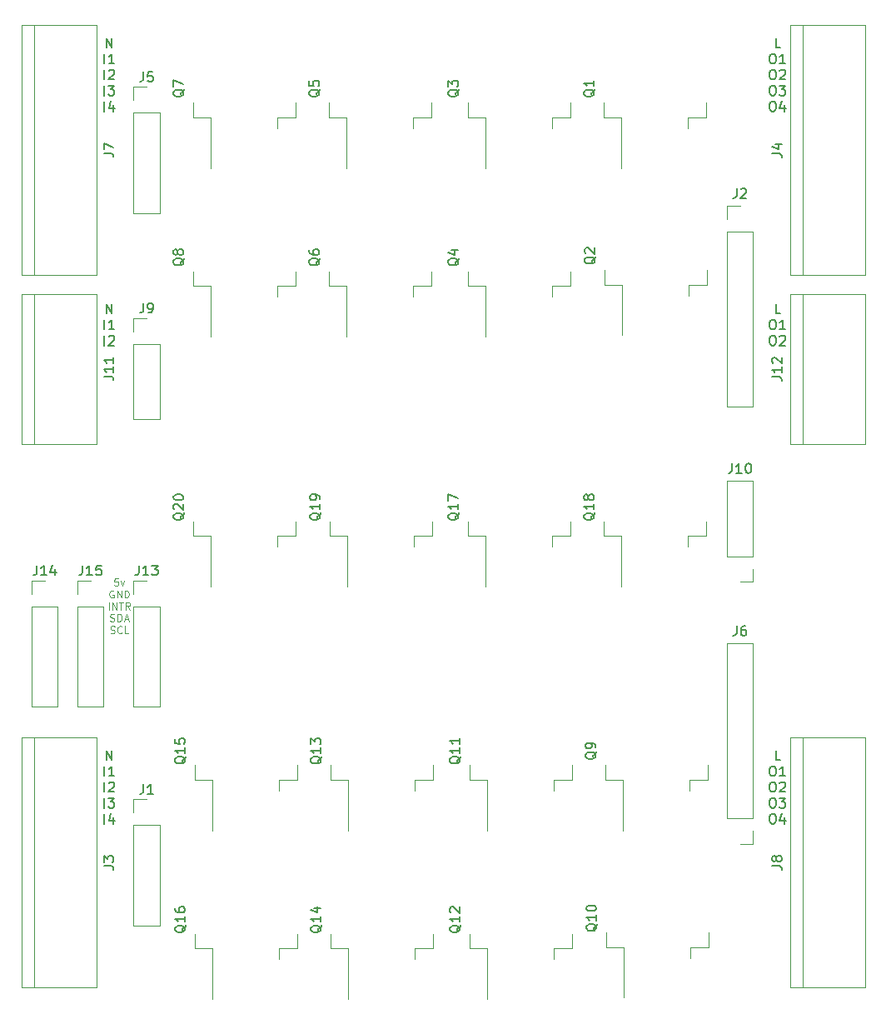
<source format=gto>
G04 #@! TF.GenerationSoftware,KiCad,Pcbnew,(6.0.0)*
G04 #@! TF.CreationDate,2022-08-19T13:46:40+02:00*
G04 #@! TF.ProjectId,bottom,626f7474-6f6d-42e6-9b69-6361645f7063,rev?*
G04 #@! TF.SameCoordinates,Original*
G04 #@! TF.FileFunction,Legend,Top*
G04 #@! TF.FilePolarity,Positive*
%FSLAX46Y46*%
G04 Gerber Fmt 4.6, Leading zero omitted, Abs format (unit mm)*
G04 Created by KiCad (PCBNEW (6.0.0)) date 2022-08-19 13:46:40*
%MOMM*%
%LPD*%
G01*
G04 APERTURE LIST*
%ADD10C,0.150000*%
%ADD11C,0.125000*%
%ADD12C,0.120000*%
%ADD13R,1.100000X4.600000*%
%ADD14R,10.800000X9.400000*%
%ADD15R,3.000000X3.000000*%
%ADD16C,3.000000*%
%ADD17R,1.700000X1.700000*%
%ADD18O,1.700000X1.700000*%
G04 APERTURE END LIST*
D10*
X108934285Y-55017380D02*
X108934285Y-54017380D01*
X109505714Y-55017380D01*
X109505714Y-54017380D01*
X108743809Y-56627380D02*
X108743809Y-55627380D01*
X109743809Y-56627380D02*
X109172380Y-56627380D01*
X109458095Y-56627380D02*
X109458095Y-55627380D01*
X109362857Y-55770238D01*
X109267619Y-55865476D01*
X109172380Y-55913095D01*
X108743809Y-58237380D02*
X108743809Y-57237380D01*
X109172380Y-57332619D02*
X109220000Y-57285000D01*
X109315238Y-57237380D01*
X109553333Y-57237380D01*
X109648571Y-57285000D01*
X109696190Y-57332619D01*
X109743809Y-57427857D01*
X109743809Y-57523095D01*
X109696190Y-57665952D01*
X109124761Y-58237380D01*
X109743809Y-58237380D01*
X108743809Y-59847380D02*
X108743809Y-58847380D01*
X109124761Y-58847380D02*
X109743809Y-58847380D01*
X109410476Y-59228333D01*
X109553333Y-59228333D01*
X109648571Y-59275952D01*
X109696190Y-59323571D01*
X109743809Y-59418809D01*
X109743809Y-59656904D01*
X109696190Y-59752142D01*
X109648571Y-59799761D01*
X109553333Y-59847380D01*
X109267619Y-59847380D01*
X109172380Y-59799761D01*
X109124761Y-59752142D01*
X108743809Y-61457380D02*
X108743809Y-60457380D01*
X109648571Y-60790714D02*
X109648571Y-61457380D01*
X109410476Y-60409761D02*
X109172380Y-61124047D01*
X109791428Y-61124047D01*
D11*
X110128857Y-108934285D02*
X109771714Y-108934285D01*
X109736000Y-109291428D01*
X109771714Y-109255714D01*
X109843142Y-109220000D01*
X110021714Y-109220000D01*
X110093142Y-109255714D01*
X110128857Y-109291428D01*
X110164571Y-109362857D01*
X110164571Y-109541428D01*
X110128857Y-109612857D01*
X110093142Y-109648571D01*
X110021714Y-109684285D01*
X109843142Y-109684285D01*
X109771714Y-109648571D01*
X109736000Y-109612857D01*
X110414571Y-109184285D02*
X110593142Y-109684285D01*
X110771714Y-109184285D01*
X109664571Y-110177500D02*
X109593142Y-110141785D01*
X109486000Y-110141785D01*
X109378857Y-110177500D01*
X109307428Y-110248928D01*
X109271714Y-110320357D01*
X109236000Y-110463214D01*
X109236000Y-110570357D01*
X109271714Y-110713214D01*
X109307428Y-110784642D01*
X109378857Y-110856071D01*
X109486000Y-110891785D01*
X109557428Y-110891785D01*
X109664571Y-110856071D01*
X109700285Y-110820357D01*
X109700285Y-110570357D01*
X109557428Y-110570357D01*
X110021714Y-110891785D02*
X110021714Y-110141785D01*
X110450285Y-110891785D01*
X110450285Y-110141785D01*
X110807428Y-110891785D02*
X110807428Y-110141785D01*
X110986000Y-110141785D01*
X111093142Y-110177500D01*
X111164571Y-110248928D01*
X111200285Y-110320357D01*
X111236000Y-110463214D01*
X111236000Y-110570357D01*
X111200285Y-110713214D01*
X111164571Y-110784642D01*
X111093142Y-110856071D01*
X110986000Y-110891785D01*
X110807428Y-110891785D01*
X109182428Y-112099285D02*
X109182428Y-111349285D01*
X109539571Y-112099285D02*
X109539571Y-111349285D01*
X109968142Y-112099285D01*
X109968142Y-111349285D01*
X110218142Y-111349285D02*
X110646714Y-111349285D01*
X110432428Y-112099285D02*
X110432428Y-111349285D01*
X111325285Y-112099285D02*
X111075285Y-111742142D01*
X110896714Y-112099285D02*
X110896714Y-111349285D01*
X111182428Y-111349285D01*
X111253857Y-111385000D01*
X111289571Y-111420714D01*
X111325285Y-111492142D01*
X111325285Y-111599285D01*
X111289571Y-111670714D01*
X111253857Y-111706428D01*
X111182428Y-111742142D01*
X110896714Y-111742142D01*
X109325285Y-113271071D02*
X109432428Y-113306785D01*
X109611000Y-113306785D01*
X109682428Y-113271071D01*
X109718142Y-113235357D01*
X109753857Y-113163928D01*
X109753857Y-113092500D01*
X109718142Y-113021071D01*
X109682428Y-112985357D01*
X109611000Y-112949642D01*
X109468142Y-112913928D01*
X109396714Y-112878214D01*
X109361000Y-112842500D01*
X109325285Y-112771071D01*
X109325285Y-112699642D01*
X109361000Y-112628214D01*
X109396714Y-112592500D01*
X109468142Y-112556785D01*
X109646714Y-112556785D01*
X109753857Y-112592500D01*
X110075285Y-113306785D02*
X110075285Y-112556785D01*
X110253857Y-112556785D01*
X110361000Y-112592500D01*
X110432428Y-112663928D01*
X110468142Y-112735357D01*
X110503857Y-112878214D01*
X110503857Y-112985357D01*
X110468142Y-113128214D01*
X110432428Y-113199642D01*
X110361000Y-113271071D01*
X110253857Y-113306785D01*
X110075285Y-113306785D01*
X110789571Y-113092500D02*
X111146714Y-113092500D01*
X110718142Y-113306785D02*
X110968142Y-112556785D01*
X111218142Y-113306785D01*
X109343142Y-114478571D02*
X109450285Y-114514285D01*
X109628857Y-114514285D01*
X109700285Y-114478571D01*
X109736000Y-114442857D01*
X109771714Y-114371428D01*
X109771714Y-114300000D01*
X109736000Y-114228571D01*
X109700285Y-114192857D01*
X109628857Y-114157142D01*
X109486000Y-114121428D01*
X109414571Y-114085714D01*
X109378857Y-114050000D01*
X109343142Y-113978571D01*
X109343142Y-113907142D01*
X109378857Y-113835714D01*
X109414571Y-113800000D01*
X109486000Y-113764285D01*
X109664571Y-113764285D01*
X109771714Y-113800000D01*
X110521714Y-114442857D02*
X110486000Y-114478571D01*
X110378857Y-114514285D01*
X110307428Y-114514285D01*
X110200285Y-114478571D01*
X110128857Y-114407142D01*
X110093142Y-114335714D01*
X110057428Y-114192857D01*
X110057428Y-114085714D01*
X110093142Y-113942857D01*
X110128857Y-113871428D01*
X110200285Y-113800000D01*
X110307428Y-113764285D01*
X110378857Y-113764285D01*
X110486000Y-113800000D01*
X110521714Y-113835714D01*
X111200285Y-114514285D02*
X110843142Y-114514285D01*
X110843142Y-113764285D01*
D10*
X177474523Y-127407380D02*
X176998333Y-127407380D01*
X176998333Y-126407380D01*
X176593571Y-128017380D02*
X176784047Y-128017380D01*
X176879285Y-128065000D01*
X176974523Y-128160238D01*
X177022142Y-128350714D01*
X177022142Y-128684047D01*
X176974523Y-128874523D01*
X176879285Y-128969761D01*
X176784047Y-129017380D01*
X176593571Y-129017380D01*
X176498333Y-128969761D01*
X176403095Y-128874523D01*
X176355476Y-128684047D01*
X176355476Y-128350714D01*
X176403095Y-128160238D01*
X176498333Y-128065000D01*
X176593571Y-128017380D01*
X177974523Y-129017380D02*
X177403095Y-129017380D01*
X177688809Y-129017380D02*
X177688809Y-128017380D01*
X177593571Y-128160238D01*
X177498333Y-128255476D01*
X177403095Y-128303095D01*
X176593571Y-129627380D02*
X176784047Y-129627380D01*
X176879285Y-129675000D01*
X176974523Y-129770238D01*
X177022142Y-129960714D01*
X177022142Y-130294047D01*
X176974523Y-130484523D01*
X176879285Y-130579761D01*
X176784047Y-130627380D01*
X176593571Y-130627380D01*
X176498333Y-130579761D01*
X176403095Y-130484523D01*
X176355476Y-130294047D01*
X176355476Y-129960714D01*
X176403095Y-129770238D01*
X176498333Y-129675000D01*
X176593571Y-129627380D01*
X177403095Y-129722619D02*
X177450714Y-129675000D01*
X177545952Y-129627380D01*
X177784047Y-129627380D01*
X177879285Y-129675000D01*
X177926904Y-129722619D01*
X177974523Y-129817857D01*
X177974523Y-129913095D01*
X177926904Y-130055952D01*
X177355476Y-130627380D01*
X177974523Y-130627380D01*
X176593571Y-131237380D02*
X176784047Y-131237380D01*
X176879285Y-131285000D01*
X176974523Y-131380238D01*
X177022142Y-131570714D01*
X177022142Y-131904047D01*
X176974523Y-132094523D01*
X176879285Y-132189761D01*
X176784047Y-132237380D01*
X176593571Y-132237380D01*
X176498333Y-132189761D01*
X176403095Y-132094523D01*
X176355476Y-131904047D01*
X176355476Y-131570714D01*
X176403095Y-131380238D01*
X176498333Y-131285000D01*
X176593571Y-131237380D01*
X177355476Y-131237380D02*
X177974523Y-131237380D01*
X177641190Y-131618333D01*
X177784047Y-131618333D01*
X177879285Y-131665952D01*
X177926904Y-131713571D01*
X177974523Y-131808809D01*
X177974523Y-132046904D01*
X177926904Y-132142142D01*
X177879285Y-132189761D01*
X177784047Y-132237380D01*
X177498333Y-132237380D01*
X177403095Y-132189761D01*
X177355476Y-132142142D01*
X176593571Y-132847380D02*
X176784047Y-132847380D01*
X176879285Y-132895000D01*
X176974523Y-132990238D01*
X177022142Y-133180714D01*
X177022142Y-133514047D01*
X176974523Y-133704523D01*
X176879285Y-133799761D01*
X176784047Y-133847380D01*
X176593571Y-133847380D01*
X176498333Y-133799761D01*
X176403095Y-133704523D01*
X176355476Y-133514047D01*
X176355476Y-133180714D01*
X176403095Y-132990238D01*
X176498333Y-132895000D01*
X176593571Y-132847380D01*
X177879285Y-133180714D02*
X177879285Y-133847380D01*
X177641190Y-132799761D02*
X177403095Y-133514047D01*
X178022142Y-133514047D01*
X177474523Y-82027380D02*
X176998333Y-82027380D01*
X176998333Y-81027380D01*
X176593571Y-82637380D02*
X176784047Y-82637380D01*
X176879285Y-82685000D01*
X176974523Y-82780238D01*
X177022142Y-82970714D01*
X177022142Y-83304047D01*
X176974523Y-83494523D01*
X176879285Y-83589761D01*
X176784047Y-83637380D01*
X176593571Y-83637380D01*
X176498333Y-83589761D01*
X176403095Y-83494523D01*
X176355476Y-83304047D01*
X176355476Y-82970714D01*
X176403095Y-82780238D01*
X176498333Y-82685000D01*
X176593571Y-82637380D01*
X177974523Y-83637380D02*
X177403095Y-83637380D01*
X177688809Y-83637380D02*
X177688809Y-82637380D01*
X177593571Y-82780238D01*
X177498333Y-82875476D01*
X177403095Y-82923095D01*
X176593571Y-84247380D02*
X176784047Y-84247380D01*
X176879285Y-84295000D01*
X176974523Y-84390238D01*
X177022142Y-84580714D01*
X177022142Y-84914047D01*
X176974523Y-85104523D01*
X176879285Y-85199761D01*
X176784047Y-85247380D01*
X176593571Y-85247380D01*
X176498333Y-85199761D01*
X176403095Y-85104523D01*
X176355476Y-84914047D01*
X176355476Y-84580714D01*
X176403095Y-84390238D01*
X176498333Y-84295000D01*
X176593571Y-84247380D01*
X177403095Y-84342619D02*
X177450714Y-84295000D01*
X177545952Y-84247380D01*
X177784047Y-84247380D01*
X177879285Y-84295000D01*
X177926904Y-84342619D01*
X177974523Y-84437857D01*
X177974523Y-84533095D01*
X177926904Y-84675952D01*
X177355476Y-85247380D01*
X177974523Y-85247380D01*
X108934285Y-82027380D02*
X108934285Y-81027380D01*
X109505714Y-82027380D01*
X109505714Y-81027380D01*
X108743809Y-83637380D02*
X108743809Y-82637380D01*
X109743809Y-83637380D02*
X109172380Y-83637380D01*
X109458095Y-83637380D02*
X109458095Y-82637380D01*
X109362857Y-82780238D01*
X109267619Y-82875476D01*
X109172380Y-82923095D01*
X108743809Y-85247380D02*
X108743809Y-84247380D01*
X109172380Y-84342619D02*
X109220000Y-84295000D01*
X109315238Y-84247380D01*
X109553333Y-84247380D01*
X109648571Y-84295000D01*
X109696190Y-84342619D01*
X109743809Y-84437857D01*
X109743809Y-84533095D01*
X109696190Y-84675952D01*
X109124761Y-85247380D01*
X109743809Y-85247380D01*
X177474523Y-55017380D02*
X176998333Y-55017380D01*
X176998333Y-54017380D01*
X176593571Y-55627380D02*
X176784047Y-55627380D01*
X176879285Y-55675000D01*
X176974523Y-55770238D01*
X177022142Y-55960714D01*
X177022142Y-56294047D01*
X176974523Y-56484523D01*
X176879285Y-56579761D01*
X176784047Y-56627380D01*
X176593571Y-56627380D01*
X176498333Y-56579761D01*
X176403095Y-56484523D01*
X176355476Y-56294047D01*
X176355476Y-55960714D01*
X176403095Y-55770238D01*
X176498333Y-55675000D01*
X176593571Y-55627380D01*
X177974523Y-56627380D02*
X177403095Y-56627380D01*
X177688809Y-56627380D02*
X177688809Y-55627380D01*
X177593571Y-55770238D01*
X177498333Y-55865476D01*
X177403095Y-55913095D01*
X176593571Y-57237380D02*
X176784047Y-57237380D01*
X176879285Y-57285000D01*
X176974523Y-57380238D01*
X177022142Y-57570714D01*
X177022142Y-57904047D01*
X176974523Y-58094523D01*
X176879285Y-58189761D01*
X176784047Y-58237380D01*
X176593571Y-58237380D01*
X176498333Y-58189761D01*
X176403095Y-58094523D01*
X176355476Y-57904047D01*
X176355476Y-57570714D01*
X176403095Y-57380238D01*
X176498333Y-57285000D01*
X176593571Y-57237380D01*
X177403095Y-57332619D02*
X177450714Y-57285000D01*
X177545952Y-57237380D01*
X177784047Y-57237380D01*
X177879285Y-57285000D01*
X177926904Y-57332619D01*
X177974523Y-57427857D01*
X177974523Y-57523095D01*
X177926904Y-57665952D01*
X177355476Y-58237380D01*
X177974523Y-58237380D01*
X176593571Y-58847380D02*
X176784047Y-58847380D01*
X176879285Y-58895000D01*
X176974523Y-58990238D01*
X177022142Y-59180714D01*
X177022142Y-59514047D01*
X176974523Y-59704523D01*
X176879285Y-59799761D01*
X176784047Y-59847380D01*
X176593571Y-59847380D01*
X176498333Y-59799761D01*
X176403095Y-59704523D01*
X176355476Y-59514047D01*
X176355476Y-59180714D01*
X176403095Y-58990238D01*
X176498333Y-58895000D01*
X176593571Y-58847380D01*
X177355476Y-58847380D02*
X177974523Y-58847380D01*
X177641190Y-59228333D01*
X177784047Y-59228333D01*
X177879285Y-59275952D01*
X177926904Y-59323571D01*
X177974523Y-59418809D01*
X177974523Y-59656904D01*
X177926904Y-59752142D01*
X177879285Y-59799761D01*
X177784047Y-59847380D01*
X177498333Y-59847380D01*
X177403095Y-59799761D01*
X177355476Y-59752142D01*
X176593571Y-60457380D02*
X176784047Y-60457380D01*
X176879285Y-60505000D01*
X176974523Y-60600238D01*
X177022142Y-60790714D01*
X177022142Y-61124047D01*
X176974523Y-61314523D01*
X176879285Y-61409761D01*
X176784047Y-61457380D01*
X176593571Y-61457380D01*
X176498333Y-61409761D01*
X176403095Y-61314523D01*
X176355476Y-61124047D01*
X176355476Y-60790714D01*
X176403095Y-60600238D01*
X176498333Y-60505000D01*
X176593571Y-60457380D01*
X177879285Y-60790714D02*
X177879285Y-61457380D01*
X177641190Y-60409761D02*
X177403095Y-61124047D01*
X178022142Y-61124047D01*
X108934285Y-127407380D02*
X108934285Y-126407380D01*
X109505714Y-127407380D01*
X109505714Y-126407380D01*
X108743809Y-129017380D02*
X108743809Y-128017380D01*
X109743809Y-129017380D02*
X109172380Y-129017380D01*
X109458095Y-129017380D02*
X109458095Y-128017380D01*
X109362857Y-128160238D01*
X109267619Y-128255476D01*
X109172380Y-128303095D01*
X108743809Y-130627380D02*
X108743809Y-129627380D01*
X109172380Y-129722619D02*
X109220000Y-129675000D01*
X109315238Y-129627380D01*
X109553333Y-129627380D01*
X109648571Y-129675000D01*
X109696190Y-129722619D01*
X109743809Y-129817857D01*
X109743809Y-129913095D01*
X109696190Y-130055952D01*
X109124761Y-130627380D01*
X109743809Y-130627380D01*
X108743809Y-132237380D02*
X108743809Y-131237380D01*
X109124761Y-131237380D02*
X109743809Y-131237380D01*
X109410476Y-131618333D01*
X109553333Y-131618333D01*
X109648571Y-131665952D01*
X109696190Y-131713571D01*
X109743809Y-131808809D01*
X109743809Y-132046904D01*
X109696190Y-132142142D01*
X109648571Y-132189761D01*
X109553333Y-132237380D01*
X109267619Y-132237380D01*
X109172380Y-132189761D01*
X109124761Y-132142142D01*
X108743809Y-133847380D02*
X108743809Y-132847380D01*
X109648571Y-133180714D02*
X109648571Y-133847380D01*
X109410476Y-132799761D02*
X109172380Y-133514047D01*
X109791428Y-133514047D01*
X117017619Y-127021428D02*
X116970000Y-127116666D01*
X116874761Y-127211904D01*
X116731904Y-127354761D01*
X116684285Y-127450000D01*
X116684285Y-127545238D01*
X116922380Y-127497619D02*
X116874761Y-127592857D01*
X116779523Y-127688095D01*
X116589047Y-127735714D01*
X116255714Y-127735714D01*
X116065238Y-127688095D01*
X115970000Y-127592857D01*
X115922380Y-127497619D01*
X115922380Y-127307142D01*
X115970000Y-127211904D01*
X116065238Y-127116666D01*
X116255714Y-127069047D01*
X116589047Y-127069047D01*
X116779523Y-127116666D01*
X116874761Y-127211904D01*
X116922380Y-127307142D01*
X116922380Y-127497619D01*
X116922380Y-126116666D02*
X116922380Y-126688095D01*
X116922380Y-126402380D02*
X115922380Y-126402380D01*
X116065238Y-126497619D01*
X116160476Y-126592857D01*
X116208095Y-126688095D01*
X115922380Y-125211904D02*
X115922380Y-125688095D01*
X116398571Y-125735714D01*
X116350952Y-125688095D01*
X116303333Y-125592857D01*
X116303333Y-125354761D01*
X116350952Y-125259523D01*
X116398571Y-125211904D01*
X116493809Y-125164285D01*
X116731904Y-125164285D01*
X116827142Y-125211904D01*
X116874761Y-125259523D01*
X116922380Y-125354761D01*
X116922380Y-125592857D01*
X116874761Y-125688095D01*
X116827142Y-125735714D01*
X108672380Y-65728333D02*
X109386666Y-65728333D01*
X109529523Y-65775952D01*
X109624761Y-65871190D01*
X109672380Y-66014047D01*
X109672380Y-66109285D01*
X108672380Y-65347380D02*
X108672380Y-64680714D01*
X109672380Y-65109285D01*
X144957619Y-144166428D02*
X144910000Y-144261666D01*
X144814761Y-144356904D01*
X144671904Y-144499761D01*
X144624285Y-144595000D01*
X144624285Y-144690238D01*
X144862380Y-144642619D02*
X144814761Y-144737857D01*
X144719523Y-144833095D01*
X144529047Y-144880714D01*
X144195714Y-144880714D01*
X144005238Y-144833095D01*
X143910000Y-144737857D01*
X143862380Y-144642619D01*
X143862380Y-144452142D01*
X143910000Y-144356904D01*
X144005238Y-144261666D01*
X144195714Y-144214047D01*
X144529047Y-144214047D01*
X144719523Y-144261666D01*
X144814761Y-144356904D01*
X144862380Y-144452142D01*
X144862380Y-144642619D01*
X144862380Y-143261666D02*
X144862380Y-143833095D01*
X144862380Y-143547380D02*
X143862380Y-143547380D01*
X144005238Y-143642619D01*
X144100476Y-143737857D01*
X144148095Y-143833095D01*
X143957619Y-142880714D02*
X143910000Y-142833095D01*
X143862380Y-142737857D01*
X143862380Y-142499761D01*
X143910000Y-142404523D01*
X143957619Y-142356904D01*
X144052857Y-142309285D01*
X144148095Y-142309285D01*
X144290952Y-142356904D01*
X144862380Y-142928333D01*
X144862380Y-142309285D01*
X158677619Y-76230238D02*
X158630000Y-76325476D01*
X158534761Y-76420714D01*
X158391904Y-76563571D01*
X158344285Y-76658809D01*
X158344285Y-76754047D01*
X158582380Y-76706428D02*
X158534761Y-76801666D01*
X158439523Y-76896904D01*
X158249047Y-76944523D01*
X157915714Y-76944523D01*
X157725238Y-76896904D01*
X157630000Y-76801666D01*
X157582380Y-76706428D01*
X157582380Y-76515952D01*
X157630000Y-76420714D01*
X157725238Y-76325476D01*
X157915714Y-76277857D01*
X158249047Y-76277857D01*
X158439523Y-76325476D01*
X158534761Y-76420714D01*
X158582380Y-76515952D01*
X158582380Y-76706428D01*
X157677619Y-75896904D02*
X157630000Y-75849285D01*
X157582380Y-75754047D01*
X157582380Y-75515952D01*
X157630000Y-75420714D01*
X157677619Y-75373095D01*
X157772857Y-75325476D01*
X157868095Y-75325476D01*
X158010952Y-75373095D01*
X158582380Y-75944523D01*
X158582380Y-75325476D01*
X108672380Y-88409523D02*
X109386666Y-88409523D01*
X109529523Y-88457142D01*
X109624761Y-88552380D01*
X109672380Y-88695238D01*
X109672380Y-88790476D01*
X109672380Y-87409523D02*
X109672380Y-87980952D01*
X109672380Y-87695238D02*
X108672380Y-87695238D01*
X108815238Y-87790476D01*
X108910476Y-87885714D01*
X108958095Y-87980952D01*
X109672380Y-86457142D02*
X109672380Y-87028571D01*
X109672380Y-86742857D02*
X108672380Y-86742857D01*
X108815238Y-86838095D01*
X108910476Y-86933333D01*
X108958095Y-87028571D01*
X112696666Y-129837380D02*
X112696666Y-130551666D01*
X112649047Y-130694523D01*
X112553809Y-130789761D01*
X112410952Y-130837380D01*
X112315714Y-130837380D01*
X113696666Y-130837380D02*
X113125238Y-130837380D01*
X113410952Y-130837380D02*
X113410952Y-129837380D01*
X113315714Y-129980238D01*
X113220476Y-130075476D01*
X113125238Y-130123095D01*
X130657619Y-76380238D02*
X130610000Y-76475476D01*
X130514761Y-76570714D01*
X130371904Y-76713571D01*
X130324285Y-76808809D01*
X130324285Y-76904047D01*
X130562380Y-76856428D02*
X130514761Y-76951666D01*
X130419523Y-77046904D01*
X130229047Y-77094523D01*
X129895714Y-77094523D01*
X129705238Y-77046904D01*
X129610000Y-76951666D01*
X129562380Y-76856428D01*
X129562380Y-76665952D01*
X129610000Y-76570714D01*
X129705238Y-76475476D01*
X129895714Y-76427857D01*
X130229047Y-76427857D01*
X130419523Y-76475476D01*
X130514761Y-76570714D01*
X130562380Y-76665952D01*
X130562380Y-76856428D01*
X129562380Y-75570714D02*
X129562380Y-75761190D01*
X129610000Y-75856428D01*
X129657619Y-75904047D01*
X129800476Y-75999285D01*
X129990952Y-76046904D01*
X130371904Y-76046904D01*
X130467142Y-75999285D01*
X130514761Y-75951666D01*
X130562380Y-75856428D01*
X130562380Y-75665952D01*
X130514761Y-75570714D01*
X130467142Y-75523095D01*
X130371904Y-75475476D01*
X130133809Y-75475476D01*
X130038571Y-75523095D01*
X129990952Y-75570714D01*
X129943333Y-75665952D01*
X129943333Y-75856428D01*
X129990952Y-75951666D01*
X130038571Y-75999285D01*
X130133809Y-76046904D01*
X116852619Y-59235238D02*
X116805000Y-59330476D01*
X116709761Y-59425714D01*
X116566904Y-59568571D01*
X116519285Y-59663809D01*
X116519285Y-59759047D01*
X116757380Y-59711428D02*
X116709761Y-59806666D01*
X116614523Y-59901904D01*
X116424047Y-59949523D01*
X116090714Y-59949523D01*
X115900238Y-59901904D01*
X115805000Y-59806666D01*
X115757380Y-59711428D01*
X115757380Y-59520952D01*
X115805000Y-59425714D01*
X115900238Y-59330476D01*
X116090714Y-59282857D01*
X116424047Y-59282857D01*
X116614523Y-59330476D01*
X116709761Y-59425714D01*
X116757380Y-59520952D01*
X116757380Y-59711428D01*
X115757380Y-58949523D02*
X115757380Y-58282857D01*
X116757380Y-58711428D01*
X158597619Y-102256428D02*
X158550000Y-102351666D01*
X158454761Y-102446904D01*
X158311904Y-102589761D01*
X158264285Y-102685000D01*
X158264285Y-102780238D01*
X158502380Y-102732619D02*
X158454761Y-102827857D01*
X158359523Y-102923095D01*
X158169047Y-102970714D01*
X157835714Y-102970714D01*
X157645238Y-102923095D01*
X157550000Y-102827857D01*
X157502380Y-102732619D01*
X157502380Y-102542142D01*
X157550000Y-102446904D01*
X157645238Y-102351666D01*
X157835714Y-102304047D01*
X158169047Y-102304047D01*
X158359523Y-102351666D01*
X158454761Y-102446904D01*
X158502380Y-102542142D01*
X158502380Y-102732619D01*
X158502380Y-101351666D02*
X158502380Y-101923095D01*
X158502380Y-101637380D02*
X157502380Y-101637380D01*
X157645238Y-101732619D01*
X157740476Y-101827857D01*
X157788095Y-101923095D01*
X157930952Y-100780238D02*
X157883333Y-100875476D01*
X157835714Y-100923095D01*
X157740476Y-100970714D01*
X157692857Y-100970714D01*
X157597619Y-100923095D01*
X157550000Y-100875476D01*
X157502380Y-100780238D01*
X157502380Y-100589761D01*
X157550000Y-100494523D01*
X157597619Y-100446904D01*
X157692857Y-100399285D01*
X157740476Y-100399285D01*
X157835714Y-100446904D01*
X157883333Y-100494523D01*
X157930952Y-100589761D01*
X157930952Y-100780238D01*
X157978571Y-100875476D01*
X158026190Y-100923095D01*
X158121428Y-100970714D01*
X158311904Y-100970714D01*
X158407142Y-100923095D01*
X158454761Y-100875476D01*
X158502380Y-100780238D01*
X158502380Y-100589761D01*
X158454761Y-100494523D01*
X158407142Y-100446904D01*
X158311904Y-100399285D01*
X158121428Y-100399285D01*
X158026190Y-100446904D01*
X157978571Y-100494523D01*
X157930952Y-100589761D01*
X130657619Y-59235238D02*
X130610000Y-59330476D01*
X130514761Y-59425714D01*
X130371904Y-59568571D01*
X130324285Y-59663809D01*
X130324285Y-59759047D01*
X130562380Y-59711428D02*
X130514761Y-59806666D01*
X130419523Y-59901904D01*
X130229047Y-59949523D01*
X129895714Y-59949523D01*
X129705238Y-59901904D01*
X129610000Y-59806666D01*
X129562380Y-59711428D01*
X129562380Y-59520952D01*
X129610000Y-59425714D01*
X129705238Y-59330476D01*
X129895714Y-59282857D01*
X130229047Y-59282857D01*
X130419523Y-59330476D01*
X130514761Y-59425714D01*
X130562380Y-59520952D01*
X130562380Y-59711428D01*
X129562380Y-58378095D02*
X129562380Y-58854285D01*
X130038571Y-58901904D01*
X129990952Y-58854285D01*
X129943333Y-58759047D01*
X129943333Y-58520952D01*
X129990952Y-58425714D01*
X130038571Y-58378095D01*
X130133809Y-58330476D01*
X130371904Y-58330476D01*
X130467142Y-58378095D01*
X130514761Y-58425714D01*
X130562380Y-58520952D01*
X130562380Y-58759047D01*
X130514761Y-58854285D01*
X130467142Y-58901904D01*
X116852619Y-102256428D02*
X116805000Y-102351666D01*
X116709761Y-102446904D01*
X116566904Y-102589761D01*
X116519285Y-102685000D01*
X116519285Y-102780238D01*
X116757380Y-102732619D02*
X116709761Y-102827857D01*
X116614523Y-102923095D01*
X116424047Y-102970714D01*
X116090714Y-102970714D01*
X115900238Y-102923095D01*
X115805000Y-102827857D01*
X115757380Y-102732619D01*
X115757380Y-102542142D01*
X115805000Y-102446904D01*
X115900238Y-102351666D01*
X116090714Y-102304047D01*
X116424047Y-102304047D01*
X116614523Y-102351666D01*
X116709761Y-102446904D01*
X116757380Y-102542142D01*
X116757380Y-102732619D01*
X115852619Y-101923095D02*
X115805000Y-101875476D01*
X115757380Y-101780238D01*
X115757380Y-101542142D01*
X115805000Y-101446904D01*
X115852619Y-101399285D01*
X115947857Y-101351666D01*
X116043095Y-101351666D01*
X116185952Y-101399285D01*
X116757380Y-101970714D01*
X116757380Y-101351666D01*
X115757380Y-100732619D02*
X115757380Y-100637380D01*
X115805000Y-100542142D01*
X115852619Y-100494523D01*
X115947857Y-100446904D01*
X116138333Y-100399285D01*
X116376428Y-100399285D01*
X116566904Y-100446904D01*
X116662142Y-100494523D01*
X116709761Y-100542142D01*
X116757380Y-100637380D01*
X116757380Y-100732619D01*
X116709761Y-100827857D01*
X116662142Y-100875476D01*
X116566904Y-100923095D01*
X116376428Y-100970714D01*
X116138333Y-100970714D01*
X115947857Y-100923095D01*
X115852619Y-100875476D01*
X115805000Y-100827857D01*
X115757380Y-100732619D01*
X101855476Y-107612380D02*
X101855476Y-108326666D01*
X101807857Y-108469523D01*
X101712619Y-108564761D01*
X101569761Y-108612380D01*
X101474523Y-108612380D01*
X102855476Y-108612380D02*
X102284047Y-108612380D01*
X102569761Y-108612380D02*
X102569761Y-107612380D01*
X102474523Y-107755238D01*
X102379285Y-107850476D01*
X102284047Y-107898095D01*
X103712619Y-107945714D02*
X103712619Y-108612380D01*
X103474523Y-107564761D02*
X103236428Y-108279047D01*
X103855476Y-108279047D01*
X130822619Y-127021428D02*
X130775000Y-127116666D01*
X130679761Y-127211904D01*
X130536904Y-127354761D01*
X130489285Y-127450000D01*
X130489285Y-127545238D01*
X130727380Y-127497619D02*
X130679761Y-127592857D01*
X130584523Y-127688095D01*
X130394047Y-127735714D01*
X130060714Y-127735714D01*
X129870238Y-127688095D01*
X129775000Y-127592857D01*
X129727380Y-127497619D01*
X129727380Y-127307142D01*
X129775000Y-127211904D01*
X129870238Y-127116666D01*
X130060714Y-127069047D01*
X130394047Y-127069047D01*
X130584523Y-127116666D01*
X130679761Y-127211904D01*
X130727380Y-127307142D01*
X130727380Y-127497619D01*
X130727380Y-126116666D02*
X130727380Y-126688095D01*
X130727380Y-126402380D02*
X129727380Y-126402380D01*
X129870238Y-126497619D01*
X129965476Y-126592857D01*
X130013095Y-126688095D01*
X129727380Y-125783333D02*
X129727380Y-125164285D01*
X130108333Y-125497619D01*
X130108333Y-125354761D01*
X130155952Y-125259523D01*
X130203571Y-125211904D01*
X130298809Y-125164285D01*
X130536904Y-125164285D01*
X130632142Y-125211904D01*
X130679761Y-125259523D01*
X130727380Y-125354761D01*
X130727380Y-125640476D01*
X130679761Y-125735714D01*
X130632142Y-125783333D01*
X176617380Y-138128333D02*
X177331666Y-138128333D01*
X177474523Y-138175952D01*
X177569761Y-138271190D01*
X177617380Y-138414047D01*
X177617380Y-138509285D01*
X177045952Y-137509285D02*
X176998333Y-137604523D01*
X176950714Y-137652142D01*
X176855476Y-137699761D01*
X176807857Y-137699761D01*
X176712619Y-137652142D01*
X176665000Y-137604523D01*
X176617380Y-137509285D01*
X176617380Y-137318809D01*
X176665000Y-137223571D01*
X176712619Y-137175952D01*
X176807857Y-137128333D01*
X176855476Y-137128333D01*
X176950714Y-137175952D01*
X176998333Y-137223571D01*
X177045952Y-137318809D01*
X177045952Y-137509285D01*
X177093571Y-137604523D01*
X177141190Y-137652142D01*
X177236428Y-137699761D01*
X177426904Y-137699761D01*
X177522142Y-137652142D01*
X177569761Y-137604523D01*
X177617380Y-137509285D01*
X177617380Y-137318809D01*
X177569761Y-137223571D01*
X177522142Y-137175952D01*
X177426904Y-137128333D01*
X177236428Y-137128333D01*
X177141190Y-137175952D01*
X177093571Y-137223571D01*
X177045952Y-137318809D01*
X144792619Y-102256428D02*
X144745000Y-102351666D01*
X144649761Y-102446904D01*
X144506904Y-102589761D01*
X144459285Y-102685000D01*
X144459285Y-102780238D01*
X144697380Y-102732619D02*
X144649761Y-102827857D01*
X144554523Y-102923095D01*
X144364047Y-102970714D01*
X144030714Y-102970714D01*
X143840238Y-102923095D01*
X143745000Y-102827857D01*
X143697380Y-102732619D01*
X143697380Y-102542142D01*
X143745000Y-102446904D01*
X143840238Y-102351666D01*
X144030714Y-102304047D01*
X144364047Y-102304047D01*
X144554523Y-102351666D01*
X144649761Y-102446904D01*
X144697380Y-102542142D01*
X144697380Y-102732619D01*
X144697380Y-101351666D02*
X144697380Y-101923095D01*
X144697380Y-101637380D02*
X143697380Y-101637380D01*
X143840238Y-101732619D01*
X143935476Y-101827857D01*
X143983095Y-101923095D01*
X143697380Y-101018333D02*
X143697380Y-100351666D01*
X144697380Y-100780238D01*
X172545476Y-97242380D02*
X172545476Y-97956666D01*
X172497857Y-98099523D01*
X172402619Y-98194761D01*
X172259761Y-98242380D01*
X172164523Y-98242380D01*
X173545476Y-98242380D02*
X172974047Y-98242380D01*
X173259761Y-98242380D02*
X173259761Y-97242380D01*
X173164523Y-97385238D01*
X173069285Y-97480476D01*
X172974047Y-97528095D01*
X174164523Y-97242380D02*
X174259761Y-97242380D01*
X174355000Y-97290000D01*
X174402619Y-97337619D01*
X174450238Y-97432857D01*
X174497857Y-97623333D01*
X174497857Y-97861428D01*
X174450238Y-98051904D01*
X174402619Y-98147142D01*
X174355000Y-98194761D01*
X174259761Y-98242380D01*
X174164523Y-98242380D01*
X174069285Y-98194761D01*
X174021666Y-98147142D01*
X173974047Y-98051904D01*
X173926428Y-97861428D01*
X173926428Y-97623333D01*
X173974047Y-97432857D01*
X174021666Y-97337619D01*
X174069285Y-97290000D01*
X174164523Y-97242380D01*
X116852619Y-76380238D02*
X116805000Y-76475476D01*
X116709761Y-76570714D01*
X116566904Y-76713571D01*
X116519285Y-76808809D01*
X116519285Y-76904047D01*
X116757380Y-76856428D02*
X116709761Y-76951666D01*
X116614523Y-77046904D01*
X116424047Y-77094523D01*
X116090714Y-77094523D01*
X115900238Y-77046904D01*
X115805000Y-76951666D01*
X115757380Y-76856428D01*
X115757380Y-76665952D01*
X115805000Y-76570714D01*
X115900238Y-76475476D01*
X116090714Y-76427857D01*
X116424047Y-76427857D01*
X116614523Y-76475476D01*
X116709761Y-76570714D01*
X116757380Y-76665952D01*
X116757380Y-76856428D01*
X116185952Y-75856428D02*
X116138333Y-75951666D01*
X116090714Y-75999285D01*
X115995476Y-76046904D01*
X115947857Y-76046904D01*
X115852619Y-75999285D01*
X115805000Y-75951666D01*
X115757380Y-75856428D01*
X115757380Y-75665952D01*
X115805000Y-75570714D01*
X115852619Y-75523095D01*
X115947857Y-75475476D01*
X115995476Y-75475476D01*
X116090714Y-75523095D01*
X116138333Y-75570714D01*
X116185952Y-75665952D01*
X116185952Y-75856428D01*
X116233571Y-75951666D01*
X116281190Y-75999285D01*
X116376428Y-76046904D01*
X116566904Y-76046904D01*
X116662142Y-75999285D01*
X116709761Y-75951666D01*
X116757380Y-75856428D01*
X116757380Y-75665952D01*
X116709761Y-75570714D01*
X116662142Y-75523095D01*
X116566904Y-75475476D01*
X116376428Y-75475476D01*
X116281190Y-75523095D01*
X116233571Y-75570714D01*
X116185952Y-75665952D01*
X176617380Y-88439523D02*
X177331666Y-88439523D01*
X177474523Y-88487142D01*
X177569761Y-88582380D01*
X177617380Y-88725238D01*
X177617380Y-88820476D01*
X177617380Y-87439523D02*
X177617380Y-88010952D01*
X177617380Y-87725238D02*
X176617380Y-87725238D01*
X176760238Y-87820476D01*
X176855476Y-87915714D01*
X176903095Y-88010952D01*
X176712619Y-87058571D02*
X176665000Y-87010952D01*
X176617380Y-86915714D01*
X176617380Y-86677619D01*
X176665000Y-86582380D01*
X176712619Y-86534761D01*
X176807857Y-86487142D01*
X176903095Y-86487142D01*
X177045952Y-86534761D01*
X177617380Y-87106190D01*
X177617380Y-86487142D01*
X108672380Y-138128333D02*
X109386666Y-138128333D01*
X109529523Y-138175952D01*
X109624761Y-138271190D01*
X109672380Y-138414047D01*
X109672380Y-138509285D01*
X108672380Y-137747380D02*
X108672380Y-137128333D01*
X109053333Y-137461666D01*
X109053333Y-137318809D01*
X109100952Y-137223571D01*
X109148571Y-137175952D01*
X109243809Y-137128333D01*
X109481904Y-137128333D01*
X109577142Y-137175952D01*
X109624761Y-137223571D01*
X109672380Y-137318809D01*
X109672380Y-137604523D01*
X109624761Y-137699761D01*
X109577142Y-137747380D01*
X117017619Y-144166428D02*
X116970000Y-144261666D01*
X116874761Y-144356904D01*
X116731904Y-144499761D01*
X116684285Y-144595000D01*
X116684285Y-144690238D01*
X116922380Y-144642619D02*
X116874761Y-144737857D01*
X116779523Y-144833095D01*
X116589047Y-144880714D01*
X116255714Y-144880714D01*
X116065238Y-144833095D01*
X115970000Y-144737857D01*
X115922380Y-144642619D01*
X115922380Y-144452142D01*
X115970000Y-144356904D01*
X116065238Y-144261666D01*
X116255714Y-144214047D01*
X116589047Y-144214047D01*
X116779523Y-144261666D01*
X116874761Y-144356904D01*
X116922380Y-144452142D01*
X116922380Y-144642619D01*
X116922380Y-143261666D02*
X116922380Y-143833095D01*
X116922380Y-143547380D02*
X115922380Y-143547380D01*
X116065238Y-143642619D01*
X116160476Y-143737857D01*
X116208095Y-143833095D01*
X115922380Y-142404523D02*
X115922380Y-142595000D01*
X115970000Y-142690238D01*
X116017619Y-142737857D01*
X116160476Y-142833095D01*
X116350952Y-142880714D01*
X116731904Y-142880714D01*
X116827142Y-142833095D01*
X116874761Y-142785476D01*
X116922380Y-142690238D01*
X116922380Y-142499761D01*
X116874761Y-142404523D01*
X116827142Y-142356904D01*
X116731904Y-142309285D01*
X116493809Y-142309285D01*
X116398571Y-142356904D01*
X116350952Y-142404523D01*
X116303333Y-142499761D01*
X116303333Y-142690238D01*
X116350952Y-142785476D01*
X116398571Y-142833095D01*
X116493809Y-142880714D01*
X112696666Y-80942380D02*
X112696666Y-81656666D01*
X112649047Y-81799523D01*
X112553809Y-81894761D01*
X112410952Y-81942380D01*
X112315714Y-81942380D01*
X113220476Y-81942380D02*
X113410952Y-81942380D01*
X113506190Y-81894761D01*
X113553809Y-81847142D01*
X113649047Y-81704285D01*
X113696666Y-81513809D01*
X113696666Y-81132857D01*
X113649047Y-81037619D01*
X113601428Y-80990000D01*
X113506190Y-80942380D01*
X113315714Y-80942380D01*
X113220476Y-80990000D01*
X113172857Y-81037619D01*
X113125238Y-81132857D01*
X113125238Y-81370952D01*
X113172857Y-81466190D01*
X113220476Y-81513809D01*
X113315714Y-81561428D01*
X113506190Y-81561428D01*
X113601428Y-81513809D01*
X113649047Y-81466190D01*
X113696666Y-81370952D01*
X112696666Y-57447380D02*
X112696666Y-58161666D01*
X112649047Y-58304523D01*
X112553809Y-58399761D01*
X112410952Y-58447380D01*
X112315714Y-58447380D01*
X113649047Y-57447380D02*
X113172857Y-57447380D01*
X113125238Y-57923571D01*
X113172857Y-57875952D01*
X113268095Y-57828333D01*
X113506190Y-57828333D01*
X113601428Y-57875952D01*
X113649047Y-57923571D01*
X113696666Y-58018809D01*
X113696666Y-58256904D01*
X113649047Y-58352142D01*
X113601428Y-58399761D01*
X113506190Y-58447380D01*
X113268095Y-58447380D01*
X113172857Y-58399761D01*
X113125238Y-58352142D01*
X173021666Y-113752380D02*
X173021666Y-114466666D01*
X172974047Y-114609523D01*
X172878809Y-114704761D01*
X172735952Y-114752380D01*
X172640714Y-114752380D01*
X173926428Y-113752380D02*
X173735952Y-113752380D01*
X173640714Y-113800000D01*
X173593095Y-113847619D01*
X173497857Y-113990476D01*
X173450238Y-114180952D01*
X173450238Y-114561904D01*
X173497857Y-114657142D01*
X173545476Y-114704761D01*
X173640714Y-114752380D01*
X173831190Y-114752380D01*
X173926428Y-114704761D01*
X173974047Y-114657142D01*
X174021666Y-114561904D01*
X174021666Y-114323809D01*
X173974047Y-114228571D01*
X173926428Y-114180952D01*
X173831190Y-114133333D01*
X173640714Y-114133333D01*
X173545476Y-114180952D01*
X173497857Y-114228571D01*
X173450238Y-114323809D01*
X173021666Y-69302380D02*
X173021666Y-70016666D01*
X172974047Y-70159523D01*
X172878809Y-70254761D01*
X172735952Y-70302380D01*
X172640714Y-70302380D01*
X173450238Y-69397619D02*
X173497857Y-69350000D01*
X173593095Y-69302380D01*
X173831190Y-69302380D01*
X173926428Y-69350000D01*
X173974047Y-69397619D01*
X174021666Y-69492857D01*
X174021666Y-69588095D01*
X173974047Y-69730952D01*
X173402619Y-70302380D01*
X174021666Y-70302380D01*
X106505476Y-107612380D02*
X106505476Y-108326666D01*
X106457857Y-108469523D01*
X106362619Y-108564761D01*
X106219761Y-108612380D01*
X106124523Y-108612380D01*
X107505476Y-108612380D02*
X106934047Y-108612380D01*
X107219761Y-108612380D02*
X107219761Y-107612380D01*
X107124523Y-107755238D01*
X107029285Y-107850476D01*
X106934047Y-107898095D01*
X108410238Y-107612380D02*
X107934047Y-107612380D01*
X107886428Y-108088571D01*
X107934047Y-108040952D01*
X108029285Y-107993333D01*
X108267380Y-107993333D01*
X108362619Y-108040952D01*
X108410238Y-108088571D01*
X108457857Y-108183809D01*
X108457857Y-108421904D01*
X108410238Y-108517142D01*
X108362619Y-108564761D01*
X108267380Y-108612380D01*
X108029285Y-108612380D01*
X107934047Y-108564761D01*
X107886428Y-108517142D01*
X158762619Y-126545238D02*
X158715000Y-126640476D01*
X158619761Y-126735714D01*
X158476904Y-126878571D01*
X158429285Y-126973809D01*
X158429285Y-127069047D01*
X158667380Y-127021428D02*
X158619761Y-127116666D01*
X158524523Y-127211904D01*
X158334047Y-127259523D01*
X158000714Y-127259523D01*
X157810238Y-127211904D01*
X157715000Y-127116666D01*
X157667380Y-127021428D01*
X157667380Y-126830952D01*
X157715000Y-126735714D01*
X157810238Y-126640476D01*
X158000714Y-126592857D01*
X158334047Y-126592857D01*
X158524523Y-126640476D01*
X158619761Y-126735714D01*
X158667380Y-126830952D01*
X158667380Y-127021428D01*
X158667380Y-126116666D02*
X158667380Y-125926190D01*
X158619761Y-125830952D01*
X158572142Y-125783333D01*
X158429285Y-125688095D01*
X158238809Y-125640476D01*
X157857857Y-125640476D01*
X157762619Y-125688095D01*
X157715000Y-125735714D01*
X157667380Y-125830952D01*
X157667380Y-126021428D01*
X157715000Y-126116666D01*
X157762619Y-126164285D01*
X157857857Y-126211904D01*
X158095952Y-126211904D01*
X158191190Y-126164285D01*
X158238809Y-126116666D01*
X158286428Y-126021428D01*
X158286428Y-125830952D01*
X158238809Y-125735714D01*
X158191190Y-125688095D01*
X158095952Y-125640476D01*
X158597619Y-59235238D02*
X158550000Y-59330476D01*
X158454761Y-59425714D01*
X158311904Y-59568571D01*
X158264285Y-59663809D01*
X158264285Y-59759047D01*
X158502380Y-59711428D02*
X158454761Y-59806666D01*
X158359523Y-59901904D01*
X158169047Y-59949523D01*
X157835714Y-59949523D01*
X157645238Y-59901904D01*
X157550000Y-59806666D01*
X157502380Y-59711428D01*
X157502380Y-59520952D01*
X157550000Y-59425714D01*
X157645238Y-59330476D01*
X157835714Y-59282857D01*
X158169047Y-59282857D01*
X158359523Y-59330476D01*
X158454761Y-59425714D01*
X158502380Y-59520952D01*
X158502380Y-59711428D01*
X158502380Y-58330476D02*
X158502380Y-58901904D01*
X158502380Y-58616190D02*
X157502380Y-58616190D01*
X157645238Y-58711428D01*
X157740476Y-58806666D01*
X157788095Y-58901904D01*
X112220476Y-107612380D02*
X112220476Y-108326666D01*
X112172857Y-108469523D01*
X112077619Y-108564761D01*
X111934761Y-108612380D01*
X111839523Y-108612380D01*
X113220476Y-108612380D02*
X112649047Y-108612380D01*
X112934761Y-108612380D02*
X112934761Y-107612380D01*
X112839523Y-107755238D01*
X112744285Y-107850476D01*
X112649047Y-107898095D01*
X113553809Y-107612380D02*
X114172857Y-107612380D01*
X113839523Y-107993333D01*
X113982380Y-107993333D01*
X114077619Y-108040952D01*
X114125238Y-108088571D01*
X114172857Y-108183809D01*
X114172857Y-108421904D01*
X114125238Y-108517142D01*
X114077619Y-108564761D01*
X113982380Y-108612380D01*
X113696666Y-108612380D01*
X113601428Y-108564761D01*
X113553809Y-108517142D01*
X176617380Y-65738333D02*
X177331666Y-65738333D01*
X177474523Y-65785952D01*
X177569761Y-65881190D01*
X177617380Y-66024047D01*
X177617380Y-66119285D01*
X176950714Y-64833571D02*
X177617380Y-64833571D01*
X176569761Y-65071666D02*
X177284047Y-65309761D01*
X177284047Y-64690714D01*
X130822619Y-144166428D02*
X130775000Y-144261666D01*
X130679761Y-144356904D01*
X130536904Y-144499761D01*
X130489285Y-144595000D01*
X130489285Y-144690238D01*
X130727380Y-144642619D02*
X130679761Y-144737857D01*
X130584523Y-144833095D01*
X130394047Y-144880714D01*
X130060714Y-144880714D01*
X129870238Y-144833095D01*
X129775000Y-144737857D01*
X129727380Y-144642619D01*
X129727380Y-144452142D01*
X129775000Y-144356904D01*
X129870238Y-144261666D01*
X130060714Y-144214047D01*
X130394047Y-144214047D01*
X130584523Y-144261666D01*
X130679761Y-144356904D01*
X130727380Y-144452142D01*
X130727380Y-144642619D01*
X130727380Y-143261666D02*
X130727380Y-143833095D01*
X130727380Y-143547380D02*
X129727380Y-143547380D01*
X129870238Y-143642619D01*
X129965476Y-143737857D01*
X130013095Y-143833095D01*
X130060714Y-142404523D02*
X130727380Y-142404523D01*
X129679761Y-142642619D02*
X130394047Y-142880714D01*
X130394047Y-142261666D01*
X130742619Y-102256428D02*
X130695000Y-102351666D01*
X130599761Y-102446904D01*
X130456904Y-102589761D01*
X130409285Y-102685000D01*
X130409285Y-102780238D01*
X130647380Y-102732619D02*
X130599761Y-102827857D01*
X130504523Y-102923095D01*
X130314047Y-102970714D01*
X129980714Y-102970714D01*
X129790238Y-102923095D01*
X129695000Y-102827857D01*
X129647380Y-102732619D01*
X129647380Y-102542142D01*
X129695000Y-102446904D01*
X129790238Y-102351666D01*
X129980714Y-102304047D01*
X130314047Y-102304047D01*
X130504523Y-102351666D01*
X130599761Y-102446904D01*
X130647380Y-102542142D01*
X130647380Y-102732619D01*
X130647380Y-101351666D02*
X130647380Y-101923095D01*
X130647380Y-101637380D02*
X129647380Y-101637380D01*
X129790238Y-101732619D01*
X129885476Y-101827857D01*
X129933095Y-101923095D01*
X130647380Y-100875476D02*
X130647380Y-100685000D01*
X130599761Y-100589761D01*
X130552142Y-100542142D01*
X130409285Y-100446904D01*
X130218809Y-100399285D01*
X129837857Y-100399285D01*
X129742619Y-100446904D01*
X129695000Y-100494523D01*
X129647380Y-100589761D01*
X129647380Y-100780238D01*
X129695000Y-100875476D01*
X129742619Y-100923095D01*
X129837857Y-100970714D01*
X130075952Y-100970714D01*
X130171190Y-100923095D01*
X130218809Y-100875476D01*
X130266428Y-100780238D01*
X130266428Y-100589761D01*
X130218809Y-100494523D01*
X130171190Y-100446904D01*
X130075952Y-100399285D01*
X144957619Y-127021428D02*
X144910000Y-127116666D01*
X144814761Y-127211904D01*
X144671904Y-127354761D01*
X144624285Y-127450000D01*
X144624285Y-127545238D01*
X144862380Y-127497619D02*
X144814761Y-127592857D01*
X144719523Y-127688095D01*
X144529047Y-127735714D01*
X144195714Y-127735714D01*
X144005238Y-127688095D01*
X143910000Y-127592857D01*
X143862380Y-127497619D01*
X143862380Y-127307142D01*
X143910000Y-127211904D01*
X144005238Y-127116666D01*
X144195714Y-127069047D01*
X144529047Y-127069047D01*
X144719523Y-127116666D01*
X144814761Y-127211904D01*
X144862380Y-127307142D01*
X144862380Y-127497619D01*
X144862380Y-126116666D02*
X144862380Y-126688095D01*
X144862380Y-126402380D02*
X143862380Y-126402380D01*
X144005238Y-126497619D01*
X144100476Y-126592857D01*
X144148095Y-126688095D01*
X144862380Y-125164285D02*
X144862380Y-125735714D01*
X144862380Y-125450000D02*
X143862380Y-125450000D01*
X144005238Y-125545238D01*
X144100476Y-125640476D01*
X144148095Y-125735714D01*
X144792619Y-76380238D02*
X144745000Y-76475476D01*
X144649761Y-76570714D01*
X144506904Y-76713571D01*
X144459285Y-76808809D01*
X144459285Y-76904047D01*
X144697380Y-76856428D02*
X144649761Y-76951666D01*
X144554523Y-77046904D01*
X144364047Y-77094523D01*
X144030714Y-77094523D01*
X143840238Y-77046904D01*
X143745000Y-76951666D01*
X143697380Y-76856428D01*
X143697380Y-76665952D01*
X143745000Y-76570714D01*
X143840238Y-76475476D01*
X144030714Y-76427857D01*
X144364047Y-76427857D01*
X144554523Y-76475476D01*
X144649761Y-76570714D01*
X144697380Y-76665952D01*
X144697380Y-76856428D01*
X144030714Y-75570714D02*
X144697380Y-75570714D01*
X143649761Y-75808809D02*
X144364047Y-76046904D01*
X144364047Y-75427857D01*
X144792619Y-59235238D02*
X144745000Y-59330476D01*
X144649761Y-59425714D01*
X144506904Y-59568571D01*
X144459285Y-59663809D01*
X144459285Y-59759047D01*
X144697380Y-59711428D02*
X144649761Y-59806666D01*
X144554523Y-59901904D01*
X144364047Y-59949523D01*
X144030714Y-59949523D01*
X143840238Y-59901904D01*
X143745000Y-59806666D01*
X143697380Y-59711428D01*
X143697380Y-59520952D01*
X143745000Y-59425714D01*
X143840238Y-59330476D01*
X144030714Y-59282857D01*
X144364047Y-59282857D01*
X144554523Y-59330476D01*
X144649761Y-59425714D01*
X144697380Y-59520952D01*
X144697380Y-59711428D01*
X143697380Y-58949523D02*
X143697380Y-58330476D01*
X144078333Y-58663809D01*
X144078333Y-58520952D01*
X144125952Y-58425714D01*
X144173571Y-58378095D01*
X144268809Y-58330476D01*
X144506904Y-58330476D01*
X144602142Y-58378095D01*
X144649761Y-58425714D01*
X144697380Y-58520952D01*
X144697380Y-58806666D01*
X144649761Y-58901904D01*
X144602142Y-58949523D01*
X158842619Y-144016428D02*
X158795000Y-144111666D01*
X158699761Y-144206904D01*
X158556904Y-144349761D01*
X158509285Y-144445000D01*
X158509285Y-144540238D01*
X158747380Y-144492619D02*
X158699761Y-144587857D01*
X158604523Y-144683095D01*
X158414047Y-144730714D01*
X158080714Y-144730714D01*
X157890238Y-144683095D01*
X157795000Y-144587857D01*
X157747380Y-144492619D01*
X157747380Y-144302142D01*
X157795000Y-144206904D01*
X157890238Y-144111666D01*
X158080714Y-144064047D01*
X158414047Y-144064047D01*
X158604523Y-144111666D01*
X158699761Y-144206904D01*
X158747380Y-144302142D01*
X158747380Y-144492619D01*
X158747380Y-143111666D02*
X158747380Y-143683095D01*
X158747380Y-143397380D02*
X157747380Y-143397380D01*
X157890238Y-143492619D01*
X157985476Y-143587857D01*
X158033095Y-143683095D01*
X157747380Y-142492619D02*
X157747380Y-142397380D01*
X157795000Y-142302142D01*
X157842619Y-142254523D01*
X157937857Y-142206904D01*
X158128333Y-142159285D01*
X158366428Y-142159285D01*
X158556904Y-142206904D01*
X158652142Y-142254523D01*
X158699761Y-142302142D01*
X158747380Y-142397380D01*
X158747380Y-142492619D01*
X158699761Y-142587857D01*
X158652142Y-142635476D01*
X158556904Y-142683095D01*
X158366428Y-142730714D01*
X158128333Y-142730714D01*
X157937857Y-142683095D01*
X157842619Y-142635476D01*
X157795000Y-142587857D01*
X157747380Y-142492619D01*
D12*
X117920000Y-129400000D02*
X119730000Y-129400000D01*
X119730000Y-129400000D02*
X119730000Y-134525000D01*
X128320000Y-127900000D02*
X128320000Y-129400000D01*
X126510000Y-129400000D02*
X126510000Y-130500000D01*
X128320000Y-129400000D02*
X126510000Y-129400000D01*
X117920000Y-127900000D02*
X117920000Y-129400000D01*
X107950000Y-78105000D02*
X100330000Y-78105000D01*
X101600000Y-52705000D02*
X101600000Y-78105000D01*
X107950000Y-52705000D02*
X100330000Y-52705000D01*
X100330000Y-52705000D02*
X100330000Y-78105000D01*
X107950000Y-52705000D02*
X107950000Y-78105000D01*
X154450000Y-146545000D02*
X154450000Y-147645000D01*
X156260000Y-145045000D02*
X156260000Y-146545000D01*
X145860000Y-145045000D02*
X145860000Y-146545000D01*
X145860000Y-146545000D02*
X147670000Y-146545000D01*
X156260000Y-146545000D02*
X154450000Y-146545000D01*
X147670000Y-146545000D02*
X147670000Y-151670000D01*
X159580000Y-79085000D02*
X161390000Y-79085000D01*
X169980000Y-77585000D02*
X169980000Y-79085000D01*
X159580000Y-77585000D02*
X159580000Y-79085000D01*
X168170000Y-79085000D02*
X168170000Y-80185000D01*
X161390000Y-79085000D02*
X161390000Y-84210000D01*
X169980000Y-79085000D02*
X168170000Y-79085000D01*
X100330000Y-95250000D02*
X107950000Y-95250000D01*
X107950000Y-80010000D02*
X107950000Y-95250000D01*
X101600000Y-80010000D02*
X101600000Y-95250000D01*
X100330000Y-80010000D02*
X107950000Y-80010000D01*
X100330000Y-80010000D02*
X100330000Y-95250000D01*
X111700000Y-133985000D02*
X114360000Y-133985000D01*
X111700000Y-132715000D02*
X111700000Y-131385000D01*
X111700000Y-131385000D02*
X113030000Y-131385000D01*
X111700000Y-133985000D02*
X111700000Y-144205000D01*
X114360000Y-133985000D02*
X114360000Y-144205000D01*
X111700000Y-144205000D02*
X114360000Y-144205000D01*
X141960000Y-77735000D02*
X141960000Y-79235000D01*
X140150000Y-79235000D02*
X140150000Y-80335000D01*
X131560000Y-77735000D02*
X131560000Y-79235000D01*
X133370000Y-79235000D02*
X133370000Y-84360000D01*
X131560000Y-79235000D02*
X133370000Y-79235000D01*
X141960000Y-79235000D02*
X140150000Y-79235000D01*
X128155000Y-62090000D02*
X126345000Y-62090000D01*
X128155000Y-60590000D02*
X128155000Y-62090000D01*
X119565000Y-62090000D02*
X119565000Y-67215000D01*
X117755000Y-60590000D02*
X117755000Y-62090000D01*
X126345000Y-62090000D02*
X126345000Y-63190000D01*
X117755000Y-62090000D02*
X119565000Y-62090000D01*
X169900000Y-103135000D02*
X169900000Y-104635000D01*
X168090000Y-104635000D02*
X168090000Y-105735000D01*
X169900000Y-104635000D02*
X168090000Y-104635000D01*
X159500000Y-104635000D02*
X161310000Y-104635000D01*
X161310000Y-104635000D02*
X161310000Y-109760000D01*
X159500000Y-103135000D02*
X159500000Y-104635000D01*
X131560000Y-62090000D02*
X133370000Y-62090000D01*
X140150000Y-62090000D02*
X140150000Y-63190000D01*
X141960000Y-62090000D02*
X140150000Y-62090000D01*
X141960000Y-60590000D02*
X141960000Y-62090000D01*
X131560000Y-60590000D02*
X131560000Y-62090000D01*
X133370000Y-62090000D02*
X133370000Y-67215000D01*
X119565000Y-104635000D02*
X119565000Y-109760000D01*
X128155000Y-103135000D02*
X128155000Y-104635000D01*
X117755000Y-103135000D02*
X117755000Y-104635000D01*
X117755000Y-104635000D02*
X119565000Y-104635000D01*
X126345000Y-104635000D02*
X126345000Y-105735000D01*
X128155000Y-104635000D02*
X126345000Y-104635000D01*
X101335000Y-111760000D02*
X101335000Y-121980000D01*
X101335000Y-109160000D02*
X102665000Y-109160000D01*
X101335000Y-111760000D02*
X103995000Y-111760000D01*
X101335000Y-110490000D02*
X101335000Y-109160000D01*
X103995000Y-111760000D02*
X103995000Y-121980000D01*
X101335000Y-121980000D02*
X103995000Y-121980000D01*
X131725000Y-129400000D02*
X133535000Y-129400000D01*
X131725000Y-127900000D02*
X131725000Y-129400000D01*
X140315000Y-129400000D02*
X140315000Y-130500000D01*
X133535000Y-129400000D02*
X133535000Y-134525000D01*
X142125000Y-127900000D02*
X142125000Y-129400000D01*
X142125000Y-129400000D02*
X140315000Y-129400000D01*
X179705000Y-125095000D02*
X179705000Y-150495000D01*
X178435000Y-125095000D02*
X178435000Y-150495000D01*
X186055000Y-150495000D02*
X178435000Y-150495000D01*
X186055000Y-125095000D02*
X186055000Y-150495000D01*
X186055000Y-125095000D02*
X178435000Y-125095000D01*
X156095000Y-103135000D02*
X156095000Y-104635000D01*
X145695000Y-103135000D02*
X145695000Y-104635000D01*
X156095000Y-104635000D02*
X154285000Y-104635000D01*
X154285000Y-104635000D02*
X154285000Y-105735000D01*
X147505000Y-104635000D02*
X147505000Y-109760000D01*
X145695000Y-104635000D02*
X147505000Y-104635000D01*
X174685000Y-107940000D02*
X174685000Y-109270000D01*
X174685000Y-106670000D02*
X172025000Y-106670000D01*
X174685000Y-109270000D02*
X173355000Y-109270000D01*
X174685000Y-98990000D02*
X172025000Y-98990000D01*
X172025000Y-106670000D02*
X172025000Y-98990000D01*
X174685000Y-106670000D02*
X174685000Y-98990000D01*
X119565000Y-79235000D02*
X119565000Y-84360000D01*
X128155000Y-77735000D02*
X128155000Y-79235000D01*
X126345000Y-79235000D02*
X126345000Y-80335000D01*
X128155000Y-79235000D02*
X126345000Y-79235000D01*
X117755000Y-77735000D02*
X117755000Y-79235000D01*
X117755000Y-79235000D02*
X119565000Y-79235000D01*
X178435000Y-80010000D02*
X178435000Y-95250000D01*
X178435000Y-95250000D02*
X186055000Y-95250000D01*
X178435000Y-80010000D02*
X186055000Y-80010000D01*
X179705000Y-80010000D02*
X179705000Y-95250000D01*
X186055000Y-80010000D02*
X186055000Y-95250000D01*
X101600000Y-125095000D02*
X101600000Y-150495000D01*
X107950000Y-125095000D02*
X107950000Y-150495000D01*
X107950000Y-125095000D02*
X100330000Y-125095000D01*
X107950000Y-150495000D02*
X100330000Y-150495000D01*
X100330000Y-125095000D02*
X100330000Y-150495000D01*
X128320000Y-145045000D02*
X128320000Y-146545000D01*
X128320000Y-146545000D02*
X126510000Y-146545000D01*
X126510000Y-146545000D02*
X126510000Y-147645000D01*
X119730000Y-146545000D02*
X119730000Y-151670000D01*
X117920000Y-146545000D02*
X119730000Y-146545000D01*
X117920000Y-145045000D02*
X117920000Y-146545000D01*
X111700000Y-85090000D02*
X111700000Y-92770000D01*
X111700000Y-83820000D02*
X111700000Y-82490000D01*
X114360000Y-85090000D02*
X114360000Y-92770000D01*
X111700000Y-92770000D02*
X114360000Y-92770000D01*
X111700000Y-82490000D02*
X113030000Y-82490000D01*
X111700000Y-85090000D02*
X114360000Y-85090000D01*
X111700000Y-61595000D02*
X111700000Y-71815000D01*
X111700000Y-58995000D02*
X113030000Y-58995000D01*
X114360000Y-61595000D02*
X114360000Y-71815000D01*
X111700000Y-61595000D02*
X114360000Y-61595000D01*
X111700000Y-60325000D02*
X111700000Y-58995000D01*
X111700000Y-71815000D02*
X114360000Y-71815000D01*
X174685000Y-134605000D02*
X174685000Y-135935000D01*
X174685000Y-115495000D02*
X172025000Y-115495000D01*
X174685000Y-135935000D02*
X173355000Y-135935000D01*
X174685000Y-133335000D02*
X174685000Y-115495000D01*
X172025000Y-133335000D02*
X172025000Y-115495000D01*
X174685000Y-133335000D02*
X172025000Y-133335000D01*
X172025000Y-73660000D02*
X174685000Y-73660000D01*
X172025000Y-72390000D02*
X172025000Y-71060000D01*
X172025000Y-71060000D02*
X173355000Y-71060000D01*
X172025000Y-91500000D02*
X174685000Y-91500000D01*
X172025000Y-73660000D02*
X172025000Y-91500000D01*
X174685000Y-73660000D02*
X174685000Y-91500000D01*
X105985000Y-111760000D02*
X105985000Y-121980000D01*
X105985000Y-121980000D02*
X108645000Y-121980000D01*
X108645000Y-111760000D02*
X108645000Y-121980000D01*
X105985000Y-110490000D02*
X105985000Y-109160000D01*
X105985000Y-111760000D02*
X108645000Y-111760000D01*
X105985000Y-109160000D02*
X107315000Y-109160000D01*
X170065000Y-129400000D02*
X168255000Y-129400000D01*
X159665000Y-127900000D02*
X159665000Y-129400000D01*
X161475000Y-129400000D02*
X161475000Y-134525000D01*
X170065000Y-127900000D02*
X170065000Y-129400000D01*
X159665000Y-129400000D02*
X161475000Y-129400000D01*
X168255000Y-129400000D02*
X168255000Y-130500000D01*
X161310000Y-62090000D02*
X161310000Y-67215000D01*
X168090000Y-62090000D02*
X168090000Y-63190000D01*
X169900000Y-62090000D02*
X168090000Y-62090000D01*
X169900000Y-60590000D02*
X169900000Y-62090000D01*
X159500000Y-60590000D02*
X159500000Y-62090000D01*
X159500000Y-62090000D02*
X161310000Y-62090000D01*
X111700000Y-110490000D02*
X111700000Y-109160000D01*
X111700000Y-109160000D02*
X113030000Y-109160000D01*
X111700000Y-121980000D02*
X114360000Y-121980000D01*
X114360000Y-111760000D02*
X114360000Y-121980000D01*
X111700000Y-111760000D02*
X114360000Y-111760000D01*
X111700000Y-111760000D02*
X111700000Y-121980000D01*
X186055000Y-78105000D02*
X178435000Y-78105000D01*
X179705000Y-52705000D02*
X179705000Y-78105000D01*
X186055000Y-52705000D02*
X186055000Y-78105000D01*
X178435000Y-52705000D02*
X178435000Y-78105000D01*
X186055000Y-52705000D02*
X178435000Y-52705000D01*
X131725000Y-145045000D02*
X131725000Y-146545000D01*
X131725000Y-146545000D02*
X133535000Y-146545000D01*
X140315000Y-146545000D02*
X140315000Y-147645000D01*
X142125000Y-145045000D02*
X142125000Y-146545000D01*
X142125000Y-146545000D02*
X140315000Y-146545000D01*
X133535000Y-146545000D02*
X133535000Y-151670000D01*
X140235000Y-104635000D02*
X140235000Y-105735000D01*
X131645000Y-104635000D02*
X133455000Y-104635000D01*
X133455000Y-104635000D02*
X133455000Y-109760000D01*
X142045000Y-104635000D02*
X140235000Y-104635000D01*
X131645000Y-103135000D02*
X131645000Y-104635000D01*
X142045000Y-103135000D02*
X142045000Y-104635000D01*
X156260000Y-127900000D02*
X156260000Y-129400000D01*
X145860000Y-129400000D02*
X147670000Y-129400000D01*
X147670000Y-129400000D02*
X147670000Y-134525000D01*
X145860000Y-127900000D02*
X145860000Y-129400000D01*
X156260000Y-129400000D02*
X154450000Y-129400000D01*
X154450000Y-129400000D02*
X154450000Y-130500000D01*
X145695000Y-79235000D02*
X147505000Y-79235000D01*
X147505000Y-79235000D02*
X147505000Y-84360000D01*
X156095000Y-77735000D02*
X156095000Y-79235000D01*
X154285000Y-79235000D02*
X154285000Y-80335000D01*
X145695000Y-77735000D02*
X145695000Y-79235000D01*
X156095000Y-79235000D02*
X154285000Y-79235000D01*
X154285000Y-62090000D02*
X154285000Y-63190000D01*
X145695000Y-60590000D02*
X145695000Y-62090000D01*
X147505000Y-62090000D02*
X147505000Y-67215000D01*
X145695000Y-62090000D02*
X147505000Y-62090000D01*
X156095000Y-62090000D02*
X154285000Y-62090000D01*
X156095000Y-60590000D02*
X156095000Y-62090000D01*
X168335000Y-146395000D02*
X168335000Y-147495000D01*
X170145000Y-144895000D02*
X170145000Y-146395000D01*
X170145000Y-146395000D02*
X168335000Y-146395000D01*
X159745000Y-146395000D02*
X161555000Y-146395000D01*
X159745000Y-144895000D02*
X159745000Y-146395000D01*
X161555000Y-146395000D02*
X161555000Y-151520000D01*
%LPC*%
D13*
X120580000Y-132225000D03*
D14*
X123120000Y-123075000D03*
D13*
X123120000Y-132225000D03*
X125660000Y-132225000D03*
D15*
X104140000Y-55245000D03*
D16*
X104140000Y-60325000D03*
X104140000Y-65405000D03*
X104140000Y-70485000D03*
X104140000Y-75565000D03*
D13*
X148520000Y-149370000D03*
D14*
X151060000Y-140220000D03*
D13*
X151060000Y-149370000D03*
X153600000Y-149370000D03*
X162240000Y-81910000D03*
D14*
X164780000Y-72760000D03*
D13*
X164780000Y-81910000D03*
X167320000Y-81910000D03*
D15*
X104140000Y-82550000D03*
D16*
X104140000Y-87630000D03*
X104140000Y-92710000D03*
D17*
X113030000Y-132715000D03*
D18*
X113030000Y-135255000D03*
X113030000Y-137795000D03*
X113030000Y-140335000D03*
X113030000Y-142875000D03*
D13*
X134220000Y-82060000D03*
X136760000Y-82060000D03*
D14*
X136760000Y-72910000D03*
D13*
X139300000Y-82060000D03*
X120415000Y-64915000D03*
X122955000Y-64915000D03*
D14*
X122955000Y-55765000D03*
D13*
X125495000Y-64915000D03*
X162160000Y-107460000D03*
X164700000Y-107460000D03*
D14*
X164700000Y-98310000D03*
D13*
X167240000Y-107460000D03*
X134220000Y-64915000D03*
X136760000Y-64915000D03*
D14*
X136760000Y-55765000D03*
D13*
X139300000Y-64915000D03*
X120415000Y-107460000D03*
X122955000Y-107460000D03*
D14*
X122955000Y-98310000D03*
D13*
X125495000Y-107460000D03*
D17*
X102665000Y-110490000D03*
D18*
X102665000Y-113030000D03*
X102665000Y-115570000D03*
X102665000Y-118110000D03*
X102665000Y-120650000D03*
D13*
X134385000Y-132225000D03*
X136925000Y-132225000D03*
D14*
X136925000Y-123075000D03*
D13*
X139465000Y-132225000D03*
D15*
X182245000Y-127635000D03*
D16*
X182245000Y-132715000D03*
X182245000Y-137795000D03*
X182245000Y-142875000D03*
X182245000Y-147955000D03*
D13*
X148355000Y-107460000D03*
D14*
X150895000Y-98310000D03*
D13*
X150895000Y-107460000D03*
X153435000Y-107460000D03*
D17*
X173355000Y-107940000D03*
D18*
X173355000Y-105400000D03*
X173355000Y-102860000D03*
X173355000Y-100320000D03*
D13*
X120415000Y-82060000D03*
X122955000Y-82060000D03*
D14*
X122955000Y-72910000D03*
D13*
X125495000Y-82060000D03*
D15*
X182245000Y-82550000D03*
D16*
X182245000Y-87630000D03*
X182245000Y-92710000D03*
D15*
X104140000Y-127635000D03*
D16*
X104140000Y-132715000D03*
X104140000Y-137795000D03*
X104140000Y-142875000D03*
X104140000Y-147955000D03*
D13*
X120580000Y-149370000D03*
X123120000Y-149370000D03*
D14*
X123120000Y-140220000D03*
D13*
X125660000Y-149370000D03*
D17*
X113030000Y-83820000D03*
D18*
X113030000Y-86360000D03*
X113030000Y-88900000D03*
X113030000Y-91440000D03*
D17*
X113030000Y-60325000D03*
D18*
X113030000Y-62865000D03*
X113030000Y-65405000D03*
X113030000Y-67945000D03*
X113030000Y-70485000D03*
D17*
X173355000Y-134605000D03*
D18*
X173355000Y-132065000D03*
X173355000Y-129525000D03*
X173355000Y-126985000D03*
X173355000Y-124445000D03*
X173355000Y-121905000D03*
X173355000Y-119365000D03*
X173355000Y-116825000D03*
D17*
X173355000Y-72390000D03*
D18*
X173355000Y-74930000D03*
X173355000Y-77470000D03*
X173355000Y-80010000D03*
X173355000Y-82550000D03*
X173355000Y-85090000D03*
X173355000Y-87630000D03*
X173355000Y-90170000D03*
D17*
X107315000Y-110490000D03*
D18*
X107315000Y-113030000D03*
X107315000Y-115570000D03*
X107315000Y-118110000D03*
X107315000Y-120650000D03*
D13*
X162325000Y-132225000D03*
D14*
X164865000Y-123075000D03*
D13*
X164865000Y-132225000D03*
X167405000Y-132225000D03*
X162160000Y-64915000D03*
X164700000Y-64915000D03*
D14*
X164700000Y-55765000D03*
D13*
X167240000Y-64915000D03*
D17*
X113030000Y-110490000D03*
D18*
X113030000Y-113030000D03*
X113030000Y-115570000D03*
X113030000Y-118110000D03*
X113030000Y-120650000D03*
D15*
X182245000Y-55245000D03*
D16*
X182245000Y-60325000D03*
X182245000Y-65405000D03*
X182245000Y-70485000D03*
X182245000Y-75565000D03*
D13*
X134385000Y-149370000D03*
X136925000Y-149370000D03*
D14*
X136925000Y-140220000D03*
D13*
X139465000Y-149370000D03*
X134305000Y-107460000D03*
X136845000Y-107460000D03*
D14*
X136845000Y-98310000D03*
D13*
X139385000Y-107460000D03*
X148520000Y-132225000D03*
X151060000Y-132225000D03*
D14*
X151060000Y-123075000D03*
D13*
X153600000Y-132225000D03*
X148355000Y-82060000D03*
X150895000Y-82060000D03*
D14*
X150895000Y-72910000D03*
D13*
X153435000Y-82060000D03*
X148355000Y-64915000D03*
X150895000Y-64915000D03*
D14*
X150895000Y-55765000D03*
D13*
X153435000Y-64915000D03*
X162405000Y-149220000D03*
D14*
X164945000Y-140070000D03*
D13*
X164945000Y-149220000D03*
X167485000Y-149220000D03*
M02*

</source>
